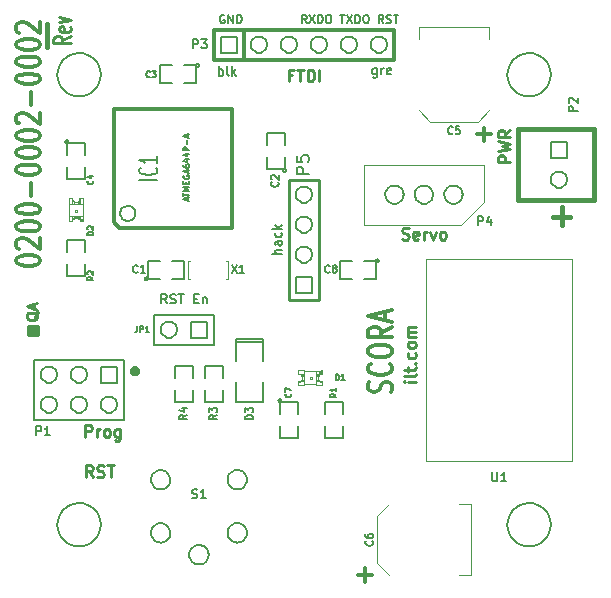
<source format=gto>
G04 (created by PCBNEW-RS274X (2011-nov-30)-testing) date Mon 11 Jun 2012 06:03:41 PM EDT*
%MOIN*%
G04 Gerber Fmt 3.4, Leading zero omitted, Abs format*
%FSLAX34Y34*%
G01*
G70*
G90*
G04 APERTURE LIST*
%ADD10C,0.006*%
%ADD11C,0.0098*%
%ADD12C,0.012*%
%ADD13C,0.0089*%
%ADD14C,0.015*%
%ADD15C,0.005*%
%ADD16C,0.008*%
%ADD17C,0.0039*%
%ADD18C,0.01*%
%ADD19C,0.0026*%
%ADD20C,0.004*%
%ADD21C,0.002*%
%ADD22C,0.0075*%
%ADD23C,0.0063*%
%ADD24C,0.0079*%
%ADD25C,0.0069*%
G04 APERTURE END LIST*
G54D10*
G54D11*
X13726Y7264D02*
X13464Y7264D01*
X13333Y7264D02*
X13351Y7245D01*
X13370Y7264D01*
X13351Y7282D01*
X13333Y7264D01*
X13370Y7264D01*
X13726Y7507D02*
X13707Y7469D01*
X13669Y7451D01*
X13333Y7451D01*
X13464Y7600D02*
X13464Y7750D01*
X13333Y7657D02*
X13669Y7657D01*
X13707Y7675D01*
X13726Y7713D01*
X13726Y7750D01*
X13688Y7882D02*
X13707Y7900D01*
X13726Y7882D01*
X13707Y7863D01*
X13688Y7882D01*
X13726Y7882D01*
X13707Y8237D02*
X13726Y8200D01*
X13726Y8125D01*
X13707Y8087D01*
X13688Y8069D01*
X13651Y8050D01*
X13538Y8050D01*
X13501Y8069D01*
X13482Y8087D01*
X13464Y8125D01*
X13464Y8200D01*
X13482Y8237D01*
X13726Y8462D02*
X13707Y8424D01*
X13688Y8406D01*
X13651Y8387D01*
X13538Y8387D01*
X13501Y8406D01*
X13482Y8424D01*
X13464Y8462D01*
X13464Y8518D01*
X13482Y8555D01*
X13501Y8574D01*
X13538Y8593D01*
X13651Y8593D01*
X13688Y8574D01*
X13707Y8555D01*
X13726Y8518D01*
X13726Y8462D01*
X13726Y8762D02*
X13464Y8762D01*
X13501Y8762D02*
X13482Y8780D01*
X13464Y8818D01*
X13464Y8874D01*
X13482Y8911D01*
X13520Y8930D01*
X13726Y8930D01*
X13520Y8930D02*
X13482Y8949D01*
X13464Y8986D01*
X13464Y9042D01*
X13482Y9080D01*
X13520Y9098D01*
X13726Y9098D01*
G54D12*
X12908Y6917D02*
X12946Y7003D01*
X12946Y7146D01*
X12908Y7203D01*
X12870Y7232D01*
X12793Y7260D01*
X12717Y7260D01*
X12641Y7232D01*
X12603Y7203D01*
X12565Y7146D01*
X12527Y7032D01*
X12489Y6974D01*
X12451Y6946D01*
X12374Y6917D01*
X12298Y6917D01*
X12222Y6946D01*
X12184Y6974D01*
X12146Y7032D01*
X12146Y7174D01*
X12184Y7260D01*
X12870Y7860D02*
X12908Y7831D01*
X12946Y7745D01*
X12946Y7688D01*
X12908Y7603D01*
X12832Y7545D01*
X12755Y7517D01*
X12603Y7488D01*
X12489Y7488D01*
X12336Y7517D01*
X12260Y7545D01*
X12184Y7603D01*
X12146Y7688D01*
X12146Y7745D01*
X12184Y7831D01*
X12222Y7860D01*
X12146Y8231D02*
X12146Y8345D01*
X12184Y8403D01*
X12260Y8460D01*
X12412Y8488D01*
X12679Y8488D01*
X12832Y8460D01*
X12908Y8403D01*
X12946Y8345D01*
X12946Y8231D01*
X12908Y8174D01*
X12832Y8117D01*
X12679Y8088D01*
X12412Y8088D01*
X12260Y8117D01*
X12184Y8174D01*
X12146Y8231D01*
X12946Y9089D02*
X12565Y8889D01*
X12946Y8746D02*
X12146Y8746D01*
X12146Y8974D01*
X12184Y9032D01*
X12222Y9060D01*
X12298Y9089D01*
X12412Y9089D01*
X12489Y9060D01*
X12527Y9032D01*
X12565Y8974D01*
X12565Y8746D01*
X12717Y9317D02*
X12717Y9603D01*
X12946Y9260D02*
X12146Y9460D01*
X12946Y9660D01*
G54D13*
X1146Y9581D02*
X1129Y9548D01*
X1095Y9514D01*
X1045Y9463D01*
X1028Y9430D01*
X1028Y9396D01*
X1112Y9413D02*
X1095Y9379D01*
X1062Y9345D01*
X994Y9328D01*
X876Y9328D01*
X809Y9345D01*
X775Y9379D01*
X758Y9413D01*
X758Y9480D01*
X775Y9514D01*
X809Y9548D01*
X876Y9564D01*
X994Y9564D01*
X1062Y9548D01*
X1095Y9514D01*
X1112Y9480D01*
X1112Y9413D01*
X1011Y9699D02*
X1011Y9868D01*
X1112Y9666D02*
X758Y9784D01*
X1112Y9902D01*
G54D11*
X2231Y18774D02*
X1950Y18643D01*
X2231Y18550D02*
X1641Y18550D01*
X1641Y18699D01*
X1669Y18737D01*
X1697Y18755D01*
X1753Y18774D01*
X1837Y18774D01*
X1894Y18755D01*
X1922Y18737D01*
X1950Y18699D01*
X1950Y18550D01*
X2203Y19092D02*
X2231Y19055D01*
X2231Y18980D01*
X2203Y18943D01*
X2147Y18924D01*
X1922Y18924D01*
X1866Y18943D01*
X1837Y18980D01*
X1837Y19055D01*
X1866Y19092D01*
X1922Y19111D01*
X1978Y19111D01*
X2034Y18924D01*
X1837Y19242D02*
X2231Y19336D01*
X1837Y19429D01*
G54D14*
X1441Y18417D02*
X1441Y19205D01*
G54D12*
X414Y11277D02*
X414Y11334D01*
X452Y11391D01*
X490Y11420D01*
X566Y11449D01*
X719Y11477D01*
X909Y11477D01*
X1061Y11449D01*
X1138Y11420D01*
X1176Y11391D01*
X1214Y11334D01*
X1214Y11277D01*
X1176Y11220D01*
X1138Y11191D01*
X1061Y11163D01*
X909Y11134D01*
X719Y11134D01*
X566Y11163D01*
X490Y11191D01*
X452Y11220D01*
X414Y11277D01*
X490Y11705D02*
X452Y11734D01*
X414Y11791D01*
X414Y11934D01*
X452Y11991D01*
X490Y12020D01*
X566Y12048D01*
X642Y12048D01*
X757Y12020D01*
X1214Y11677D01*
X1214Y12048D01*
X414Y12419D02*
X414Y12476D01*
X452Y12533D01*
X490Y12562D01*
X566Y12591D01*
X719Y12619D01*
X909Y12619D01*
X1061Y12591D01*
X1138Y12562D01*
X1176Y12533D01*
X1214Y12476D01*
X1214Y12419D01*
X1176Y12362D01*
X1138Y12333D01*
X1061Y12305D01*
X909Y12276D01*
X719Y12276D01*
X566Y12305D01*
X490Y12333D01*
X452Y12362D01*
X414Y12419D01*
X414Y12990D02*
X414Y13047D01*
X452Y13104D01*
X490Y13133D01*
X566Y13162D01*
X719Y13190D01*
X909Y13190D01*
X1061Y13162D01*
X1138Y13133D01*
X1176Y13104D01*
X1214Y13047D01*
X1214Y12990D01*
X1176Y12933D01*
X1138Y12904D01*
X1061Y12876D01*
X909Y12847D01*
X719Y12847D01*
X566Y12876D01*
X490Y12904D01*
X452Y12933D01*
X414Y12990D01*
X909Y13447D02*
X909Y13904D01*
X414Y14304D02*
X414Y14361D01*
X452Y14418D01*
X490Y14447D01*
X566Y14476D01*
X719Y14504D01*
X909Y14504D01*
X1061Y14476D01*
X1138Y14447D01*
X1176Y14418D01*
X1214Y14361D01*
X1214Y14304D01*
X1176Y14247D01*
X1138Y14218D01*
X1061Y14190D01*
X909Y14161D01*
X719Y14161D01*
X566Y14190D01*
X490Y14218D01*
X452Y14247D01*
X414Y14304D01*
X414Y14875D02*
X414Y14932D01*
X452Y14989D01*
X490Y15018D01*
X566Y15047D01*
X719Y15075D01*
X909Y15075D01*
X1061Y15047D01*
X1138Y15018D01*
X1176Y14989D01*
X1214Y14932D01*
X1214Y14875D01*
X1176Y14818D01*
X1138Y14789D01*
X1061Y14761D01*
X909Y14732D01*
X719Y14732D01*
X566Y14761D01*
X490Y14789D01*
X452Y14818D01*
X414Y14875D01*
X414Y15446D02*
X414Y15503D01*
X452Y15560D01*
X490Y15589D01*
X566Y15618D01*
X719Y15646D01*
X909Y15646D01*
X1061Y15618D01*
X1138Y15589D01*
X1176Y15560D01*
X1214Y15503D01*
X1214Y15446D01*
X1176Y15389D01*
X1138Y15360D01*
X1061Y15332D01*
X909Y15303D01*
X719Y15303D01*
X566Y15332D01*
X490Y15360D01*
X452Y15389D01*
X414Y15446D01*
X490Y15874D02*
X452Y15903D01*
X414Y15960D01*
X414Y16103D01*
X452Y16160D01*
X490Y16189D01*
X566Y16217D01*
X642Y16217D01*
X757Y16189D01*
X1214Y15846D01*
X1214Y16217D01*
X909Y16474D02*
X909Y16931D01*
X414Y17331D02*
X414Y17388D01*
X452Y17445D01*
X490Y17474D01*
X566Y17503D01*
X719Y17531D01*
X909Y17531D01*
X1061Y17503D01*
X1138Y17474D01*
X1176Y17445D01*
X1214Y17388D01*
X1214Y17331D01*
X1176Y17274D01*
X1138Y17245D01*
X1061Y17217D01*
X909Y17188D01*
X719Y17188D01*
X566Y17217D01*
X490Y17245D01*
X452Y17274D01*
X414Y17331D01*
X414Y17902D02*
X414Y17959D01*
X452Y18016D01*
X490Y18045D01*
X566Y18074D01*
X719Y18102D01*
X909Y18102D01*
X1061Y18074D01*
X1138Y18045D01*
X1176Y18016D01*
X1214Y17959D01*
X1214Y17902D01*
X1176Y17845D01*
X1138Y17816D01*
X1061Y17788D01*
X909Y17759D01*
X719Y17759D01*
X566Y17788D01*
X490Y17816D01*
X452Y17845D01*
X414Y17902D01*
X414Y18473D02*
X414Y18530D01*
X452Y18587D01*
X490Y18616D01*
X566Y18645D01*
X719Y18673D01*
X909Y18673D01*
X1061Y18645D01*
X1138Y18616D01*
X1176Y18587D01*
X1214Y18530D01*
X1214Y18473D01*
X1176Y18416D01*
X1138Y18387D01*
X1061Y18359D01*
X909Y18330D01*
X719Y18330D01*
X566Y18359D01*
X490Y18387D01*
X452Y18416D01*
X414Y18473D01*
X490Y18901D02*
X452Y18930D01*
X414Y18987D01*
X414Y19130D01*
X452Y19187D01*
X490Y19216D01*
X566Y19244D01*
X642Y19244D01*
X757Y19216D01*
X1214Y18873D01*
X1214Y19244D01*
G54D15*
X10700Y6200D02*
X10700Y6600D01*
X10700Y6600D02*
X11300Y6600D01*
X11300Y6600D02*
X11300Y6200D01*
X11300Y5800D02*
X11300Y5400D01*
X11300Y5400D02*
X10700Y5400D01*
X10700Y5400D02*
X10700Y5800D01*
X7300Y7000D02*
X7300Y6600D01*
X7300Y6600D02*
X6700Y6600D01*
X6700Y6600D02*
X6700Y7000D01*
X6700Y7400D02*
X6700Y7800D01*
X6700Y7800D02*
X7300Y7800D01*
X7300Y7800D02*
X7300Y7400D01*
X6300Y7000D02*
X6300Y6600D01*
X6300Y6600D02*
X5700Y6600D01*
X5700Y6600D02*
X5700Y7000D01*
X5700Y7400D02*
X5700Y7800D01*
X5700Y7800D02*
X6300Y7800D01*
X6300Y7800D02*
X6300Y7400D01*
X2100Y11600D02*
X2100Y12000D01*
X2100Y12000D02*
X2700Y12000D01*
X2700Y12000D02*
X2700Y11600D01*
X2700Y11200D02*
X2700Y10800D01*
X2700Y10800D02*
X2100Y10800D01*
X2100Y10800D02*
X2100Y11200D01*
G54D14*
X4428Y7630D02*
X4426Y7615D01*
X4422Y7601D01*
X4414Y7587D01*
X4405Y7576D01*
X4393Y7566D01*
X4380Y7559D01*
X4365Y7554D01*
X4350Y7553D01*
X4336Y7554D01*
X4321Y7558D01*
X4308Y7565D01*
X4296Y7575D01*
X4286Y7586D01*
X4279Y7600D01*
X4274Y7614D01*
X4273Y7629D01*
X4274Y7644D01*
X4278Y7658D01*
X4285Y7672D01*
X4294Y7684D01*
X4306Y7694D01*
X4319Y7701D01*
X4334Y7706D01*
X4349Y7707D01*
X4363Y7706D01*
X4378Y7702D01*
X4391Y7695D01*
X4403Y7686D01*
X4413Y7674D01*
X4421Y7661D01*
X4426Y7647D01*
X4427Y7632D01*
X4428Y7630D01*
G54D16*
X1000Y8000D02*
X4000Y8000D01*
X4000Y6000D02*
X1000Y6000D01*
X1000Y6000D02*
X1000Y8000D01*
X4000Y8000D02*
X4000Y6000D01*
G54D12*
X7000Y18000D02*
X7000Y19000D01*
X7000Y19000D02*
X13000Y19000D01*
X13000Y19000D02*
X13000Y18000D01*
X13000Y18000D02*
X7000Y18000D01*
X8000Y18000D02*
X8000Y19000D01*
G54D14*
X18618Y13083D02*
X18618Y12492D01*
X18854Y12768D02*
X18303Y12768D01*
X19681Y15681D02*
X17122Y15681D01*
X17122Y15681D02*
X17122Y13319D01*
X17122Y13319D02*
X19681Y13319D01*
X19681Y13319D02*
X19681Y15681D01*
G54D17*
X12012Y12496D02*
X15240Y12496D01*
X15988Y14504D02*
X15988Y13244D01*
X15988Y13244D02*
X15240Y12496D01*
X12012Y12496D02*
X12012Y14504D01*
X12012Y14504D02*
X15988Y14504D01*
G54D18*
X10500Y14000D02*
X10500Y10000D01*
X9500Y14000D02*
X9500Y10000D01*
X9500Y10000D02*
X10500Y10000D01*
X10500Y14000D02*
X9500Y14000D01*
G54D10*
X7000Y9500D02*
X7000Y8500D01*
X7000Y8500D02*
X5000Y8500D01*
X5000Y8500D02*
X5000Y9500D01*
X5000Y9500D02*
X7000Y9500D01*
G54D17*
X15575Y819D02*
X15181Y819D01*
X15181Y3181D02*
X15575Y3181D01*
X15575Y819D02*
X15575Y3181D01*
X12819Y819D02*
X12425Y1213D01*
X12425Y1213D02*
X12425Y2787D01*
X12425Y2787D02*
X12819Y3181D01*
X16181Y19075D02*
X16181Y18681D01*
X13819Y18681D02*
X13819Y19075D01*
X16181Y19075D02*
X13819Y19075D01*
X16181Y16319D02*
X15787Y15925D01*
X15787Y15925D02*
X14213Y15925D01*
X14213Y15925D02*
X13819Y16319D01*
G54D19*
X10396Y7282D02*
X10396Y7154D01*
X10396Y7154D02*
X10593Y7154D01*
X10593Y7282D02*
X10593Y7154D01*
X10396Y7282D02*
X10593Y7282D01*
X10396Y7527D02*
X10396Y7468D01*
X10396Y7468D02*
X10495Y7468D01*
X10495Y7527D02*
X10495Y7468D01*
X10396Y7527D02*
X10495Y7527D01*
X10396Y7332D02*
X10396Y7273D01*
X10396Y7273D02*
X10495Y7273D01*
X10495Y7332D02*
X10495Y7273D01*
X10396Y7332D02*
X10495Y7332D01*
X10396Y7478D02*
X10396Y7322D01*
X10396Y7322D02*
X10465Y7322D01*
X10465Y7478D02*
X10465Y7322D01*
X10396Y7478D02*
X10465Y7478D01*
X9807Y7282D02*
X9807Y7154D01*
X9807Y7154D02*
X10004Y7154D01*
X10004Y7282D02*
X10004Y7154D01*
X9807Y7282D02*
X10004Y7282D01*
X9807Y7646D02*
X9807Y7518D01*
X9807Y7518D02*
X10004Y7518D01*
X10004Y7646D02*
X10004Y7518D01*
X9807Y7646D02*
X10004Y7646D01*
X9905Y7332D02*
X9905Y7273D01*
X9905Y7273D02*
X10004Y7273D01*
X10004Y7332D02*
X10004Y7273D01*
X9905Y7332D02*
X10004Y7332D01*
X9905Y7527D02*
X9905Y7468D01*
X9905Y7468D02*
X10004Y7468D01*
X10004Y7527D02*
X10004Y7468D01*
X9905Y7527D02*
X10004Y7527D01*
X9935Y7478D02*
X9935Y7322D01*
X9935Y7322D02*
X10004Y7322D01*
X10004Y7478D02*
X10004Y7322D01*
X9935Y7478D02*
X10004Y7478D01*
X10200Y7439D02*
X10200Y7361D01*
X10200Y7361D02*
X10278Y7361D01*
X10278Y7439D02*
X10278Y7361D01*
X10200Y7439D02*
X10278Y7439D01*
X10396Y7636D02*
X10396Y7518D01*
X10396Y7518D02*
X10514Y7518D01*
X10514Y7636D02*
X10514Y7518D01*
X10396Y7636D02*
X10514Y7636D01*
X10564Y7646D02*
X10564Y7557D01*
X10564Y7557D02*
X10593Y7557D01*
X10593Y7646D02*
X10593Y7557D01*
X10564Y7646D02*
X10593Y7646D01*
G54D20*
X10406Y7174D02*
X9994Y7174D01*
X10004Y7626D02*
X10564Y7626D01*
G54D21*
X10562Y7577D02*
X10561Y7572D01*
X10559Y7567D01*
X10557Y7562D01*
X10553Y7558D01*
X10549Y7554D01*
X10544Y7552D01*
X10539Y7550D01*
X10534Y7550D01*
X10529Y7550D01*
X10524Y7552D01*
X10519Y7554D01*
X10515Y7557D01*
X10511Y7562D01*
X10509Y7566D01*
X10507Y7572D01*
X10507Y7577D01*
X10507Y7582D01*
X10508Y7587D01*
X10511Y7592D01*
X10514Y7596D01*
X10519Y7599D01*
X10523Y7602D01*
X10528Y7604D01*
X10534Y7604D01*
X10538Y7604D01*
X10544Y7603D01*
X10549Y7600D01*
X10553Y7597D01*
X10556Y7593D01*
X10559Y7588D01*
X10561Y7583D01*
X10561Y7577D01*
X10562Y7577D01*
G54D20*
X10593Y7537D02*
X10582Y7536D01*
X10570Y7534D01*
X10558Y7532D01*
X10547Y7528D01*
X10536Y7524D01*
X10525Y7518D01*
X10515Y7512D01*
X10505Y7504D01*
X10497Y7496D01*
X10489Y7488D01*
X10481Y7478D01*
X10475Y7468D01*
X10469Y7457D01*
X10465Y7446D01*
X10461Y7435D01*
X10459Y7423D01*
X10457Y7411D01*
X10456Y7400D01*
X10457Y7389D01*
X10459Y7377D01*
X10461Y7365D01*
X10465Y7354D01*
X10469Y7343D01*
X10475Y7332D01*
X10481Y7322D01*
X10489Y7312D01*
X10497Y7304D01*
X10505Y7296D01*
X10515Y7288D01*
X10525Y7282D01*
X10536Y7276D01*
X10547Y7272D01*
X10558Y7268D01*
X10570Y7266D01*
X10582Y7264D01*
X10593Y7263D01*
X9807Y7263D02*
X9818Y7264D01*
X9830Y7266D01*
X9842Y7268D01*
X9853Y7272D01*
X9864Y7276D01*
X9875Y7282D01*
X9885Y7288D01*
X9895Y7296D01*
X9903Y7304D01*
X9911Y7312D01*
X9919Y7322D01*
X9925Y7332D01*
X9931Y7343D01*
X9935Y7354D01*
X9939Y7365D01*
X9941Y7377D01*
X9943Y7389D01*
X9944Y7400D01*
X9943Y7411D01*
X9941Y7423D01*
X9939Y7435D01*
X9935Y7446D01*
X9931Y7457D01*
X9925Y7468D01*
X9919Y7478D01*
X9911Y7488D01*
X9903Y7496D01*
X9895Y7504D01*
X9885Y7512D01*
X9875Y7518D01*
X9864Y7524D01*
X9853Y7528D01*
X9842Y7532D01*
X9830Y7534D01*
X9818Y7536D01*
X9807Y7537D01*
G54D19*
X2282Y12804D02*
X2154Y12804D01*
X2154Y12804D02*
X2154Y12607D01*
X2282Y12607D02*
X2154Y12607D01*
X2282Y12804D02*
X2282Y12607D01*
X2527Y12804D02*
X2468Y12804D01*
X2468Y12804D02*
X2468Y12705D01*
X2527Y12705D02*
X2468Y12705D01*
X2527Y12804D02*
X2527Y12705D01*
X2332Y12804D02*
X2273Y12804D01*
X2273Y12804D02*
X2273Y12705D01*
X2332Y12705D02*
X2273Y12705D01*
X2332Y12804D02*
X2332Y12705D01*
X2478Y12804D02*
X2322Y12804D01*
X2322Y12804D02*
X2322Y12735D01*
X2478Y12735D02*
X2322Y12735D01*
X2478Y12804D02*
X2478Y12735D01*
X2282Y13393D02*
X2154Y13393D01*
X2154Y13393D02*
X2154Y13196D01*
X2282Y13196D02*
X2154Y13196D01*
X2282Y13393D02*
X2282Y13196D01*
X2646Y13393D02*
X2518Y13393D01*
X2518Y13393D02*
X2518Y13196D01*
X2646Y13196D02*
X2518Y13196D01*
X2646Y13393D02*
X2646Y13196D01*
X2332Y13295D02*
X2273Y13295D01*
X2273Y13295D02*
X2273Y13196D01*
X2332Y13196D02*
X2273Y13196D01*
X2332Y13295D02*
X2332Y13196D01*
X2527Y13295D02*
X2468Y13295D01*
X2468Y13295D02*
X2468Y13196D01*
X2527Y13196D02*
X2468Y13196D01*
X2527Y13295D02*
X2527Y13196D01*
X2478Y13265D02*
X2322Y13265D01*
X2322Y13265D02*
X2322Y13196D01*
X2478Y13196D02*
X2322Y13196D01*
X2478Y13265D02*
X2478Y13196D01*
X2439Y13000D02*
X2361Y13000D01*
X2361Y13000D02*
X2361Y12922D01*
X2439Y12922D02*
X2361Y12922D01*
X2439Y13000D02*
X2439Y12922D01*
X2636Y12804D02*
X2518Y12804D01*
X2518Y12804D02*
X2518Y12686D01*
X2636Y12686D02*
X2518Y12686D01*
X2636Y12804D02*
X2636Y12686D01*
X2646Y12636D02*
X2557Y12636D01*
X2557Y12636D02*
X2557Y12607D01*
X2646Y12607D02*
X2557Y12607D01*
X2646Y12636D02*
X2646Y12607D01*
G54D20*
X2174Y12794D02*
X2174Y13206D01*
X2626Y13196D02*
X2626Y12636D01*
G54D21*
X2605Y12666D02*
X2604Y12661D01*
X2602Y12656D01*
X2600Y12651D01*
X2596Y12647D01*
X2592Y12643D01*
X2587Y12641D01*
X2582Y12639D01*
X2577Y12639D01*
X2572Y12639D01*
X2567Y12641D01*
X2562Y12643D01*
X2558Y12646D01*
X2554Y12651D01*
X2552Y12655D01*
X2550Y12661D01*
X2550Y12666D01*
X2550Y12671D01*
X2551Y12676D01*
X2554Y12681D01*
X2557Y12685D01*
X2562Y12688D01*
X2566Y12691D01*
X2571Y12693D01*
X2577Y12693D01*
X2581Y12693D01*
X2587Y12692D01*
X2592Y12689D01*
X2596Y12686D01*
X2599Y12682D01*
X2602Y12677D01*
X2604Y12672D01*
X2604Y12666D01*
X2605Y12666D01*
G54D20*
X2537Y12607D02*
X2536Y12618D01*
X2534Y12630D01*
X2532Y12642D01*
X2528Y12653D01*
X2524Y12664D01*
X2518Y12675D01*
X2512Y12685D01*
X2504Y12695D01*
X2496Y12703D01*
X2488Y12711D01*
X2478Y12719D01*
X2468Y12725D01*
X2457Y12731D01*
X2446Y12735D01*
X2435Y12739D01*
X2423Y12741D01*
X2411Y12743D01*
X2400Y12744D01*
X2389Y12743D01*
X2377Y12741D01*
X2365Y12739D01*
X2354Y12735D01*
X2343Y12731D01*
X2332Y12725D01*
X2322Y12719D01*
X2312Y12711D01*
X2304Y12703D01*
X2296Y12695D01*
X2288Y12685D01*
X2282Y12675D01*
X2276Y12664D01*
X2272Y12653D01*
X2268Y12642D01*
X2266Y12630D01*
X2264Y12618D01*
X2263Y12607D01*
X2263Y13393D02*
X2264Y13382D01*
X2266Y13370D01*
X2268Y13358D01*
X2272Y13347D01*
X2276Y13336D01*
X2282Y13325D01*
X2288Y13315D01*
X2296Y13305D01*
X2304Y13297D01*
X2312Y13289D01*
X2322Y13281D01*
X2332Y13275D01*
X2343Y13269D01*
X2354Y13265D01*
X2365Y13261D01*
X2377Y13259D01*
X2389Y13257D01*
X2400Y13256D01*
X2411Y13257D01*
X2423Y13259D01*
X2435Y13261D01*
X2446Y13265D01*
X2457Y13269D01*
X2468Y13275D01*
X2478Y13281D01*
X2488Y13289D01*
X2496Y13297D01*
X2504Y13305D01*
X2512Y13315D01*
X2518Y13325D01*
X2524Y13336D01*
X2528Y13347D01*
X2532Y13358D01*
X2534Y13370D01*
X2536Y13382D01*
X2537Y13393D01*
G54D15*
X4800Y10700D02*
X4799Y10691D01*
X4796Y10681D01*
X4791Y10673D01*
X4785Y10665D01*
X4777Y10659D01*
X4769Y10654D01*
X4760Y10652D01*
X4750Y10651D01*
X4741Y10651D01*
X4732Y10654D01*
X4723Y10659D01*
X4716Y10665D01*
X4709Y10672D01*
X4705Y10681D01*
X4702Y10690D01*
X4701Y10700D01*
X4701Y10709D01*
X4704Y10718D01*
X4708Y10727D01*
X4715Y10734D01*
X4722Y10741D01*
X4730Y10745D01*
X4740Y10748D01*
X4749Y10749D01*
X4758Y10749D01*
X4768Y10746D01*
X4776Y10742D01*
X4784Y10736D01*
X4790Y10728D01*
X4795Y10720D01*
X4798Y10711D01*
X4799Y10701D01*
X4800Y10700D01*
X5200Y10700D02*
X4800Y10700D01*
X4800Y10700D02*
X4800Y11300D01*
X4800Y11300D02*
X5200Y11300D01*
X5600Y11300D02*
X6000Y11300D01*
X6000Y11300D02*
X6000Y10700D01*
X6000Y10700D02*
X5600Y10700D01*
X12500Y11300D02*
X12499Y11291D01*
X12496Y11281D01*
X12491Y11273D01*
X12485Y11265D01*
X12477Y11259D01*
X12469Y11254D01*
X12460Y11252D01*
X12450Y11251D01*
X12441Y11251D01*
X12432Y11254D01*
X12423Y11259D01*
X12416Y11265D01*
X12409Y11272D01*
X12405Y11281D01*
X12402Y11290D01*
X12401Y11300D01*
X12401Y11309D01*
X12404Y11318D01*
X12408Y11327D01*
X12415Y11334D01*
X12422Y11341D01*
X12430Y11345D01*
X12440Y11348D01*
X12449Y11349D01*
X12458Y11349D01*
X12468Y11346D01*
X12476Y11342D01*
X12484Y11336D01*
X12490Y11328D01*
X12495Y11320D01*
X12498Y11311D01*
X12499Y11301D01*
X12500Y11300D01*
X12000Y11300D02*
X12400Y11300D01*
X12400Y11300D02*
X12400Y10700D01*
X12400Y10700D02*
X12000Y10700D01*
X11600Y10700D02*
X11200Y10700D01*
X11200Y10700D02*
X11200Y11300D01*
X11200Y11300D02*
X11600Y11300D01*
X9250Y6650D02*
X9249Y6641D01*
X9246Y6631D01*
X9241Y6623D01*
X9235Y6615D01*
X9227Y6609D01*
X9219Y6604D01*
X9210Y6602D01*
X9200Y6601D01*
X9191Y6601D01*
X9182Y6604D01*
X9173Y6609D01*
X9166Y6615D01*
X9159Y6622D01*
X9155Y6631D01*
X9152Y6640D01*
X9151Y6650D01*
X9151Y6659D01*
X9154Y6668D01*
X9158Y6677D01*
X9165Y6684D01*
X9172Y6691D01*
X9180Y6695D01*
X9190Y6698D01*
X9199Y6699D01*
X9208Y6699D01*
X9218Y6696D01*
X9226Y6692D01*
X9234Y6686D01*
X9240Y6678D01*
X9245Y6670D01*
X9248Y6661D01*
X9249Y6651D01*
X9250Y6650D01*
X9200Y6200D02*
X9200Y6600D01*
X9200Y6600D02*
X9800Y6600D01*
X9800Y6600D02*
X9800Y6200D01*
X9800Y5800D02*
X9800Y5400D01*
X9800Y5400D02*
X9200Y5400D01*
X9200Y5400D02*
X9200Y5800D01*
X2150Y15270D02*
X2149Y15261D01*
X2146Y15251D01*
X2141Y15243D01*
X2135Y15235D01*
X2127Y15229D01*
X2119Y15224D01*
X2110Y15222D01*
X2100Y15221D01*
X2091Y15221D01*
X2082Y15224D01*
X2073Y15229D01*
X2066Y15235D01*
X2059Y15242D01*
X2055Y15251D01*
X2052Y15260D01*
X2051Y15270D01*
X2051Y15279D01*
X2054Y15288D01*
X2058Y15297D01*
X2065Y15304D01*
X2072Y15311D01*
X2080Y15315D01*
X2090Y15318D01*
X2099Y15319D01*
X2108Y15319D01*
X2118Y15316D01*
X2126Y15312D01*
X2134Y15306D01*
X2140Y15298D01*
X2145Y15290D01*
X2148Y15281D01*
X2149Y15271D01*
X2150Y15270D01*
X2100Y14820D02*
X2100Y15220D01*
X2100Y15220D02*
X2700Y15220D01*
X2700Y15220D02*
X2700Y14820D01*
X2700Y14420D02*
X2700Y14020D01*
X2700Y14020D02*
X2100Y14020D01*
X2100Y14020D02*
X2100Y14420D01*
X6500Y17820D02*
X6499Y17811D01*
X6496Y17801D01*
X6491Y17793D01*
X6485Y17785D01*
X6477Y17779D01*
X6469Y17774D01*
X6460Y17772D01*
X6450Y17771D01*
X6441Y17771D01*
X6432Y17774D01*
X6423Y17779D01*
X6416Y17785D01*
X6409Y17792D01*
X6405Y17801D01*
X6402Y17810D01*
X6401Y17820D01*
X6401Y17829D01*
X6404Y17838D01*
X6408Y17847D01*
X6415Y17854D01*
X6422Y17861D01*
X6430Y17865D01*
X6440Y17868D01*
X6449Y17869D01*
X6458Y17869D01*
X6468Y17866D01*
X6476Y17862D01*
X6484Y17856D01*
X6490Y17848D01*
X6495Y17840D01*
X6498Y17831D01*
X6499Y17821D01*
X6500Y17820D01*
X6000Y17820D02*
X6400Y17820D01*
X6400Y17820D02*
X6400Y17220D01*
X6400Y17220D02*
X6000Y17220D01*
X5600Y17220D02*
X5200Y17220D01*
X5200Y17220D02*
X5200Y17820D01*
X5200Y17820D02*
X5600Y17820D01*
X9405Y14311D02*
X9404Y14302D01*
X9401Y14292D01*
X9396Y14284D01*
X9390Y14276D01*
X9382Y14270D01*
X9374Y14265D01*
X9365Y14263D01*
X9355Y14262D01*
X9346Y14262D01*
X9337Y14265D01*
X9328Y14270D01*
X9321Y14276D01*
X9314Y14283D01*
X9310Y14292D01*
X9307Y14301D01*
X9306Y14311D01*
X9306Y14320D01*
X9309Y14329D01*
X9313Y14338D01*
X9320Y14345D01*
X9327Y14352D01*
X9335Y14356D01*
X9345Y14359D01*
X9354Y14360D01*
X9363Y14360D01*
X9373Y14357D01*
X9381Y14353D01*
X9389Y14347D01*
X9395Y14339D01*
X9400Y14331D01*
X9403Y14322D01*
X9404Y14312D01*
X9405Y14311D01*
X9355Y14761D02*
X9355Y14361D01*
X9355Y14361D02*
X8755Y14361D01*
X8755Y14361D02*
X8755Y14761D01*
X8755Y15161D02*
X8755Y15561D01*
X8755Y15561D02*
X9355Y15561D01*
X9355Y15561D02*
X9355Y15161D01*
X8650Y8600D02*
X8650Y8700D01*
X8650Y8700D02*
X7750Y8700D01*
X7750Y8700D02*
X7750Y8600D01*
X8650Y8600D02*
X7750Y8600D01*
X7750Y8600D02*
X7750Y7950D01*
X8650Y7250D02*
X8650Y6600D01*
X8650Y6600D02*
X7750Y6600D01*
X7750Y6600D02*
X7750Y7250D01*
X8650Y7950D02*
X8650Y8600D01*
G54D17*
X18941Y4634D02*
X18941Y11366D01*
X18941Y11366D02*
X14059Y11366D01*
X14059Y11366D02*
X14059Y4634D01*
X14059Y4634D02*
X18941Y4634D01*
G54D12*
X3655Y16345D02*
X7595Y16345D01*
X7595Y16345D02*
X7595Y12405D01*
X3845Y12405D02*
X7595Y12405D01*
X3655Y12595D02*
X3655Y16345D01*
X3845Y12405D02*
X3655Y12595D01*
G54D16*
X4375Y12875D02*
X4370Y12827D01*
X4356Y12780D01*
X4333Y12737D01*
X4302Y12699D01*
X4264Y12668D01*
X4221Y12645D01*
X4175Y12631D01*
X4126Y12626D01*
X4079Y12630D01*
X4032Y12644D01*
X3989Y12666D01*
X3951Y12697D01*
X3919Y12734D01*
X3896Y12777D01*
X3881Y12824D01*
X3876Y12872D01*
X3880Y12920D01*
X3893Y12967D01*
X3915Y13010D01*
X3946Y13048D01*
X3983Y13080D01*
X4025Y13104D01*
X4072Y13119D01*
X4120Y13124D01*
X4168Y13121D01*
X4215Y13108D01*
X4258Y13086D01*
X4297Y13056D01*
X4329Y13019D01*
X4353Y12976D01*
X4368Y12930D01*
X4374Y12881D01*
X4375Y12875D01*
G54D17*
X7391Y10705D02*
X7469Y10705D01*
X7391Y11295D02*
X7469Y11295D01*
X6209Y11295D02*
X6131Y11295D01*
X6209Y10705D02*
X6131Y10705D01*
X7469Y11295D02*
X7469Y10705D01*
X6131Y10705D02*
X6131Y11295D01*
G54D10*
X3230Y7770D02*
X3230Y7230D01*
X3770Y7230D01*
X3770Y7770D01*
X3230Y7770D01*
X3770Y6500D02*
X3764Y6448D01*
X3749Y6398D01*
X3724Y6351D01*
X3691Y6310D01*
X3650Y6277D01*
X3604Y6252D01*
X3554Y6236D01*
X3501Y6231D01*
X3450Y6235D01*
X3399Y6250D01*
X3353Y6275D01*
X3312Y6308D01*
X3278Y6348D01*
X3252Y6394D01*
X3236Y6444D01*
X3231Y6497D01*
X3235Y6548D01*
X3249Y6599D01*
X3274Y6646D01*
X3306Y6687D01*
X3346Y6721D01*
X3392Y6747D01*
X3443Y6763D01*
X3495Y6769D01*
X3546Y6765D01*
X3597Y6751D01*
X3644Y6727D01*
X3686Y6695D01*
X3720Y6655D01*
X3746Y6609D01*
X3763Y6559D01*
X3769Y6507D01*
X3770Y6500D01*
X2770Y7500D02*
X2764Y7448D01*
X2749Y7398D01*
X2724Y7351D01*
X2691Y7310D01*
X2650Y7277D01*
X2604Y7252D01*
X2554Y7236D01*
X2501Y7231D01*
X2450Y7235D01*
X2399Y7250D01*
X2353Y7275D01*
X2312Y7308D01*
X2278Y7348D01*
X2252Y7394D01*
X2236Y7444D01*
X2231Y7497D01*
X2235Y7548D01*
X2249Y7599D01*
X2274Y7646D01*
X2306Y7687D01*
X2346Y7721D01*
X2392Y7747D01*
X2443Y7763D01*
X2495Y7769D01*
X2546Y7765D01*
X2597Y7751D01*
X2644Y7727D01*
X2686Y7695D01*
X2720Y7655D01*
X2746Y7609D01*
X2763Y7559D01*
X2769Y7507D01*
X2770Y7500D01*
X2770Y6500D02*
X2764Y6448D01*
X2749Y6398D01*
X2724Y6351D01*
X2691Y6310D01*
X2650Y6277D01*
X2604Y6252D01*
X2554Y6236D01*
X2501Y6231D01*
X2450Y6235D01*
X2399Y6250D01*
X2353Y6275D01*
X2312Y6308D01*
X2278Y6348D01*
X2252Y6394D01*
X2236Y6444D01*
X2231Y6497D01*
X2235Y6548D01*
X2249Y6599D01*
X2274Y6646D01*
X2306Y6687D01*
X2346Y6721D01*
X2392Y6747D01*
X2443Y6763D01*
X2495Y6769D01*
X2546Y6765D01*
X2597Y6751D01*
X2644Y6727D01*
X2686Y6695D01*
X2720Y6655D01*
X2746Y6609D01*
X2763Y6559D01*
X2769Y6507D01*
X2770Y6500D01*
X1770Y7500D02*
X1764Y7448D01*
X1749Y7398D01*
X1724Y7351D01*
X1691Y7310D01*
X1650Y7277D01*
X1604Y7252D01*
X1554Y7236D01*
X1501Y7231D01*
X1450Y7235D01*
X1399Y7250D01*
X1353Y7275D01*
X1312Y7308D01*
X1278Y7348D01*
X1252Y7394D01*
X1236Y7444D01*
X1231Y7497D01*
X1235Y7548D01*
X1249Y7599D01*
X1274Y7646D01*
X1306Y7687D01*
X1346Y7721D01*
X1392Y7747D01*
X1443Y7763D01*
X1495Y7769D01*
X1546Y7765D01*
X1597Y7751D01*
X1644Y7727D01*
X1686Y7695D01*
X1720Y7655D01*
X1746Y7609D01*
X1763Y7559D01*
X1769Y7507D01*
X1770Y7500D01*
X1770Y6500D02*
X1764Y6448D01*
X1749Y6398D01*
X1724Y6351D01*
X1691Y6310D01*
X1650Y6277D01*
X1604Y6252D01*
X1554Y6236D01*
X1501Y6231D01*
X1450Y6235D01*
X1399Y6250D01*
X1353Y6275D01*
X1312Y6308D01*
X1278Y6348D01*
X1252Y6394D01*
X1236Y6444D01*
X1231Y6497D01*
X1235Y6548D01*
X1249Y6599D01*
X1274Y6646D01*
X1306Y6687D01*
X1346Y6721D01*
X1392Y6747D01*
X1443Y6763D01*
X1495Y6769D01*
X1546Y6765D01*
X1597Y6751D01*
X1644Y6727D01*
X1686Y6695D01*
X1720Y6655D01*
X1746Y6609D01*
X1763Y6559D01*
X1769Y6507D01*
X1770Y6500D01*
X7230Y18770D02*
X7230Y18230D01*
X7770Y18230D01*
X7770Y18770D01*
X7230Y18770D01*
X8770Y18500D02*
X8764Y18448D01*
X8749Y18398D01*
X8724Y18351D01*
X8691Y18310D01*
X8650Y18277D01*
X8604Y18252D01*
X8554Y18236D01*
X8501Y18231D01*
X8450Y18235D01*
X8399Y18250D01*
X8353Y18275D01*
X8312Y18308D01*
X8278Y18348D01*
X8252Y18394D01*
X8236Y18444D01*
X8231Y18497D01*
X8235Y18548D01*
X8249Y18599D01*
X8274Y18646D01*
X8306Y18687D01*
X8346Y18721D01*
X8392Y18747D01*
X8443Y18763D01*
X8495Y18769D01*
X8546Y18765D01*
X8597Y18751D01*
X8644Y18727D01*
X8686Y18695D01*
X8720Y18655D01*
X8746Y18609D01*
X8763Y18559D01*
X8769Y18507D01*
X8770Y18500D01*
X9770Y18500D02*
X9764Y18448D01*
X9749Y18398D01*
X9724Y18351D01*
X9691Y18310D01*
X9650Y18277D01*
X9604Y18252D01*
X9554Y18236D01*
X9501Y18231D01*
X9450Y18235D01*
X9399Y18250D01*
X9353Y18275D01*
X9312Y18308D01*
X9278Y18348D01*
X9252Y18394D01*
X9236Y18444D01*
X9231Y18497D01*
X9235Y18548D01*
X9249Y18599D01*
X9274Y18646D01*
X9306Y18687D01*
X9346Y18721D01*
X9392Y18747D01*
X9443Y18763D01*
X9495Y18769D01*
X9546Y18765D01*
X9597Y18751D01*
X9644Y18727D01*
X9686Y18695D01*
X9720Y18655D01*
X9746Y18609D01*
X9763Y18559D01*
X9769Y18507D01*
X9770Y18500D01*
X10770Y18500D02*
X10764Y18448D01*
X10749Y18398D01*
X10724Y18351D01*
X10691Y18310D01*
X10650Y18277D01*
X10604Y18252D01*
X10554Y18236D01*
X10501Y18231D01*
X10450Y18235D01*
X10399Y18250D01*
X10353Y18275D01*
X10312Y18308D01*
X10278Y18348D01*
X10252Y18394D01*
X10236Y18444D01*
X10231Y18497D01*
X10235Y18548D01*
X10249Y18599D01*
X10274Y18646D01*
X10306Y18687D01*
X10346Y18721D01*
X10392Y18747D01*
X10443Y18763D01*
X10495Y18769D01*
X10546Y18765D01*
X10597Y18751D01*
X10644Y18727D01*
X10686Y18695D01*
X10720Y18655D01*
X10746Y18609D01*
X10763Y18559D01*
X10769Y18507D01*
X10770Y18500D01*
X11770Y18500D02*
X11764Y18448D01*
X11749Y18398D01*
X11724Y18351D01*
X11691Y18310D01*
X11650Y18277D01*
X11604Y18252D01*
X11554Y18236D01*
X11501Y18231D01*
X11450Y18235D01*
X11399Y18250D01*
X11353Y18275D01*
X11312Y18308D01*
X11278Y18348D01*
X11252Y18394D01*
X11236Y18444D01*
X11231Y18497D01*
X11235Y18548D01*
X11249Y18599D01*
X11274Y18646D01*
X11306Y18687D01*
X11346Y18721D01*
X11392Y18747D01*
X11443Y18763D01*
X11495Y18769D01*
X11546Y18765D01*
X11597Y18751D01*
X11644Y18727D01*
X11686Y18695D01*
X11720Y18655D01*
X11746Y18609D01*
X11763Y18559D01*
X11769Y18507D01*
X11770Y18500D01*
X12770Y18500D02*
X12764Y18448D01*
X12749Y18398D01*
X12724Y18351D01*
X12691Y18310D01*
X12650Y18277D01*
X12604Y18252D01*
X12554Y18236D01*
X12501Y18231D01*
X12450Y18235D01*
X12399Y18250D01*
X12353Y18275D01*
X12312Y18308D01*
X12278Y18348D01*
X12252Y18394D01*
X12236Y18444D01*
X12231Y18497D01*
X12235Y18548D01*
X12249Y18599D01*
X12274Y18646D01*
X12306Y18687D01*
X12346Y18721D01*
X12392Y18747D01*
X12443Y18763D01*
X12495Y18769D01*
X12546Y18765D01*
X12597Y18751D01*
X12644Y18727D01*
X12686Y18695D01*
X12720Y18655D01*
X12746Y18609D01*
X12763Y18559D01*
X12769Y18507D01*
X12770Y18500D01*
X18230Y15270D02*
X18230Y14730D01*
X18770Y14730D01*
X18770Y15270D01*
X18230Y15270D01*
X18770Y14000D02*
X18764Y13948D01*
X18749Y13898D01*
X18724Y13851D01*
X18691Y13810D01*
X18650Y13777D01*
X18604Y13752D01*
X18554Y13736D01*
X18501Y13731D01*
X18450Y13735D01*
X18399Y13750D01*
X18353Y13775D01*
X18312Y13808D01*
X18278Y13848D01*
X18252Y13894D01*
X18236Y13944D01*
X18231Y13997D01*
X18235Y14048D01*
X18249Y14099D01*
X18274Y14146D01*
X18306Y14187D01*
X18346Y14221D01*
X18392Y14247D01*
X18443Y14263D01*
X18495Y14269D01*
X18546Y14265D01*
X18597Y14251D01*
X18644Y14227D01*
X18686Y14195D01*
X18720Y14155D01*
X18746Y14109D01*
X18763Y14059D01*
X18769Y14007D01*
X18770Y14000D01*
X15288Y13500D02*
X15282Y13441D01*
X15265Y13385D01*
X15237Y13332D01*
X15199Y13286D01*
X15153Y13248D01*
X15101Y13220D01*
X15045Y13203D01*
X14986Y13197D01*
X14928Y13202D01*
X14871Y13219D01*
X14818Y13246D01*
X14772Y13283D01*
X14734Y13329D01*
X14705Y13381D01*
X14687Y13437D01*
X14681Y13496D01*
X14685Y13554D01*
X14702Y13611D01*
X14729Y13664D01*
X14766Y13711D01*
X14811Y13749D01*
X14863Y13778D01*
X14919Y13796D01*
X14978Y13803D01*
X15036Y13799D01*
X15093Y13783D01*
X15146Y13756D01*
X15193Y13720D01*
X15232Y13675D01*
X15261Y13623D01*
X15280Y13567D01*
X15287Y13508D01*
X15288Y13500D01*
X14304Y13500D02*
X14298Y13441D01*
X14281Y13385D01*
X14253Y13332D01*
X14215Y13286D01*
X14169Y13248D01*
X14117Y13220D01*
X14061Y13203D01*
X14002Y13197D01*
X13944Y13202D01*
X13887Y13219D01*
X13834Y13246D01*
X13788Y13283D01*
X13750Y13329D01*
X13721Y13381D01*
X13703Y13437D01*
X13697Y13496D01*
X13701Y13554D01*
X13718Y13611D01*
X13745Y13664D01*
X13782Y13711D01*
X13827Y13749D01*
X13879Y13778D01*
X13935Y13796D01*
X13994Y13803D01*
X14052Y13799D01*
X14109Y13783D01*
X14162Y13756D01*
X14209Y13720D01*
X14248Y13675D01*
X14277Y13623D01*
X14296Y13567D01*
X14303Y13508D01*
X14304Y13500D01*
X13320Y13500D02*
X13314Y13441D01*
X13297Y13385D01*
X13269Y13332D01*
X13231Y13286D01*
X13185Y13248D01*
X13133Y13220D01*
X13077Y13203D01*
X13018Y13197D01*
X12960Y13202D01*
X12903Y13219D01*
X12850Y13246D01*
X12804Y13283D01*
X12766Y13329D01*
X12737Y13381D01*
X12719Y13437D01*
X12713Y13496D01*
X12717Y13554D01*
X12734Y13611D01*
X12761Y13664D01*
X12798Y13711D01*
X12843Y13749D01*
X12895Y13778D01*
X12951Y13796D01*
X13010Y13803D01*
X13068Y13799D01*
X13125Y13783D01*
X13178Y13756D01*
X13225Y13720D01*
X13264Y13675D01*
X13293Y13623D01*
X13312Y13567D01*
X13319Y13508D01*
X13320Y13500D01*
X9730Y10770D02*
X9730Y10230D01*
X10270Y10230D01*
X10270Y10770D01*
X9730Y10770D01*
X10270Y11500D02*
X10264Y11448D01*
X10249Y11398D01*
X10224Y11351D01*
X10191Y11310D01*
X10150Y11277D01*
X10104Y11252D01*
X10054Y11236D01*
X10001Y11231D01*
X9950Y11235D01*
X9899Y11250D01*
X9853Y11275D01*
X9812Y11308D01*
X9778Y11348D01*
X9752Y11394D01*
X9736Y11444D01*
X9731Y11497D01*
X9735Y11548D01*
X9749Y11599D01*
X9774Y11646D01*
X9806Y11687D01*
X9846Y11721D01*
X9892Y11747D01*
X9943Y11763D01*
X9995Y11769D01*
X10046Y11765D01*
X10097Y11751D01*
X10144Y11727D01*
X10186Y11695D01*
X10220Y11655D01*
X10246Y11609D01*
X10263Y11559D01*
X10269Y11507D01*
X10270Y11500D01*
X10270Y12500D02*
X10264Y12448D01*
X10249Y12398D01*
X10224Y12351D01*
X10191Y12310D01*
X10150Y12277D01*
X10104Y12252D01*
X10054Y12236D01*
X10001Y12231D01*
X9950Y12235D01*
X9899Y12250D01*
X9853Y12275D01*
X9812Y12308D01*
X9778Y12348D01*
X9752Y12394D01*
X9736Y12444D01*
X9731Y12497D01*
X9735Y12548D01*
X9749Y12599D01*
X9774Y12646D01*
X9806Y12687D01*
X9846Y12721D01*
X9892Y12747D01*
X9943Y12763D01*
X9995Y12769D01*
X10046Y12765D01*
X10097Y12751D01*
X10144Y12727D01*
X10186Y12695D01*
X10220Y12655D01*
X10246Y12609D01*
X10263Y12559D01*
X10269Y12507D01*
X10270Y12500D01*
X10270Y13500D02*
X10264Y13448D01*
X10249Y13398D01*
X10224Y13351D01*
X10191Y13310D01*
X10150Y13277D01*
X10104Y13252D01*
X10054Y13236D01*
X10001Y13231D01*
X9950Y13235D01*
X9899Y13250D01*
X9853Y13275D01*
X9812Y13308D01*
X9778Y13348D01*
X9752Y13394D01*
X9736Y13444D01*
X9731Y13497D01*
X9735Y13548D01*
X9749Y13599D01*
X9774Y13646D01*
X9806Y13687D01*
X9846Y13721D01*
X9892Y13747D01*
X9943Y13763D01*
X9995Y13769D01*
X10046Y13765D01*
X10097Y13751D01*
X10144Y13727D01*
X10186Y13695D01*
X10220Y13655D01*
X10246Y13609D01*
X10263Y13559D01*
X10269Y13507D01*
X10270Y13500D01*
X6230Y9270D02*
X6230Y8730D01*
X6770Y8730D01*
X6770Y9270D01*
X6230Y9270D01*
X5770Y9000D02*
X5764Y8948D01*
X5749Y8898D01*
X5724Y8851D01*
X5691Y8810D01*
X5650Y8777D01*
X5604Y8752D01*
X5554Y8736D01*
X5501Y8731D01*
X5450Y8735D01*
X5399Y8750D01*
X5353Y8775D01*
X5312Y8808D01*
X5278Y8848D01*
X5252Y8894D01*
X5236Y8944D01*
X5231Y8997D01*
X5235Y9048D01*
X5249Y9099D01*
X5274Y9146D01*
X5306Y9187D01*
X5346Y9221D01*
X5392Y9247D01*
X5443Y9263D01*
X5495Y9269D01*
X5546Y9265D01*
X5597Y9251D01*
X5644Y9227D01*
X5686Y9195D01*
X5720Y9155D01*
X5746Y9109D01*
X5763Y9059D01*
X5769Y9007D01*
X5770Y9000D01*
X5544Y4000D02*
X5537Y3938D01*
X5519Y3877D01*
X5489Y3821D01*
X5449Y3772D01*
X5401Y3732D01*
X5345Y3702D01*
X5285Y3683D01*
X5222Y3677D01*
X5160Y3682D01*
X5099Y3700D01*
X5043Y3729D01*
X4994Y3769D01*
X4953Y3817D01*
X4923Y3873D01*
X4904Y3933D01*
X4897Y3996D01*
X4902Y4058D01*
X4919Y4119D01*
X4948Y4175D01*
X4987Y4225D01*
X5036Y4266D01*
X5091Y4296D01*
X5151Y4316D01*
X5214Y4323D01*
X5276Y4319D01*
X5337Y4302D01*
X5393Y4273D01*
X5443Y4234D01*
X5484Y4186D01*
X5515Y4131D01*
X5535Y4071D01*
X5543Y4009D01*
X5544Y4000D01*
X8104Y4000D02*
X8097Y3938D01*
X8079Y3877D01*
X8049Y3821D01*
X8009Y3772D01*
X7961Y3732D01*
X7905Y3702D01*
X7845Y3683D01*
X7782Y3677D01*
X7720Y3682D01*
X7659Y3700D01*
X7603Y3729D01*
X7554Y3769D01*
X7513Y3817D01*
X7483Y3873D01*
X7464Y3933D01*
X7457Y3996D01*
X7462Y4058D01*
X7479Y4119D01*
X7508Y4175D01*
X7547Y4225D01*
X7596Y4266D01*
X7651Y4296D01*
X7711Y4316D01*
X7774Y4323D01*
X7836Y4319D01*
X7897Y4302D01*
X7953Y4273D01*
X8003Y4234D01*
X8044Y4186D01*
X8075Y4131D01*
X8095Y4071D01*
X8103Y4009D01*
X8104Y4000D01*
X5544Y2228D02*
X5537Y2166D01*
X5519Y2105D01*
X5489Y2049D01*
X5449Y2000D01*
X5401Y1960D01*
X5345Y1930D01*
X5285Y1911D01*
X5222Y1905D01*
X5160Y1910D01*
X5099Y1928D01*
X5043Y1957D01*
X4994Y1997D01*
X4953Y2045D01*
X4923Y2101D01*
X4904Y2161D01*
X4897Y2224D01*
X4902Y2286D01*
X4919Y2347D01*
X4948Y2403D01*
X4987Y2453D01*
X5036Y2494D01*
X5091Y2524D01*
X5151Y2544D01*
X5214Y2551D01*
X5276Y2547D01*
X5337Y2530D01*
X5393Y2501D01*
X5443Y2462D01*
X5484Y2414D01*
X5515Y2359D01*
X5535Y2299D01*
X5543Y2237D01*
X5544Y2228D01*
X8104Y2228D02*
X8097Y2166D01*
X8079Y2105D01*
X8049Y2049D01*
X8009Y2000D01*
X7961Y1960D01*
X7905Y1930D01*
X7845Y1911D01*
X7782Y1905D01*
X7720Y1910D01*
X7659Y1928D01*
X7603Y1957D01*
X7554Y1997D01*
X7513Y2045D01*
X7483Y2101D01*
X7464Y2161D01*
X7457Y2224D01*
X7462Y2286D01*
X7479Y2347D01*
X7508Y2403D01*
X7547Y2453D01*
X7596Y2494D01*
X7651Y2524D01*
X7711Y2544D01*
X7774Y2551D01*
X7836Y2547D01*
X7897Y2530D01*
X7953Y2501D01*
X8003Y2462D01*
X8044Y2414D01*
X8075Y2359D01*
X8095Y2299D01*
X8103Y2237D01*
X8104Y2228D01*
X6824Y1500D02*
X6817Y1438D01*
X6799Y1377D01*
X6769Y1321D01*
X6729Y1272D01*
X6681Y1232D01*
X6625Y1202D01*
X6565Y1183D01*
X6502Y1177D01*
X6440Y1182D01*
X6379Y1200D01*
X6323Y1229D01*
X6274Y1269D01*
X6233Y1317D01*
X6203Y1373D01*
X6184Y1433D01*
X6177Y1496D01*
X6182Y1558D01*
X6199Y1619D01*
X6228Y1675D01*
X6267Y1725D01*
X6316Y1766D01*
X6371Y1796D01*
X6431Y1816D01*
X6494Y1823D01*
X6556Y1819D01*
X6617Y1802D01*
X6673Y1773D01*
X6723Y1734D01*
X6764Y1686D01*
X6795Y1631D01*
X6815Y1571D01*
X6823Y1509D01*
X6824Y1500D01*
X18220Y17500D02*
X18206Y17361D01*
X18165Y17226D01*
X18099Y17102D01*
X18010Y16993D01*
X17902Y16904D01*
X17779Y16837D01*
X17644Y16795D01*
X17505Y16781D01*
X17366Y16793D01*
X17231Y16833D01*
X17106Y16898D01*
X16997Y16986D01*
X16906Y17094D01*
X16839Y17217D01*
X16796Y17351D01*
X16781Y17490D01*
X16792Y17629D01*
X16831Y17765D01*
X16895Y17890D01*
X16983Y18000D01*
X17090Y18091D01*
X17212Y18159D01*
X17346Y18203D01*
X17485Y18219D01*
X17625Y18209D01*
X17760Y18171D01*
X17885Y18107D01*
X17996Y18021D01*
X18088Y17915D01*
X18157Y17792D01*
X18202Y17659D01*
X18219Y17520D01*
X18220Y17500D01*
X3220Y17500D02*
X3206Y17361D01*
X3165Y17226D01*
X3099Y17102D01*
X3010Y16993D01*
X2902Y16904D01*
X2779Y16837D01*
X2644Y16795D01*
X2505Y16781D01*
X2366Y16793D01*
X2231Y16833D01*
X2106Y16898D01*
X1997Y16986D01*
X1906Y17094D01*
X1839Y17217D01*
X1796Y17351D01*
X1781Y17490D01*
X1792Y17629D01*
X1831Y17765D01*
X1895Y17890D01*
X1983Y18000D01*
X2090Y18091D01*
X2212Y18159D01*
X2346Y18203D01*
X2485Y18219D01*
X2625Y18209D01*
X2760Y18171D01*
X2885Y18107D01*
X2996Y18021D01*
X3088Y17915D01*
X3157Y17792D01*
X3202Y17659D01*
X3219Y17520D01*
X3220Y17500D01*
X3220Y2500D02*
X3206Y2361D01*
X3165Y2226D01*
X3099Y2102D01*
X3010Y1993D01*
X2902Y1904D01*
X2779Y1837D01*
X2644Y1795D01*
X2505Y1781D01*
X2366Y1793D01*
X2231Y1833D01*
X2106Y1898D01*
X1997Y1986D01*
X1906Y2094D01*
X1839Y2217D01*
X1796Y2351D01*
X1781Y2490D01*
X1792Y2629D01*
X1831Y2765D01*
X1895Y2890D01*
X1983Y3000D01*
X2090Y3091D01*
X2212Y3159D01*
X2346Y3203D01*
X2485Y3219D01*
X2625Y3209D01*
X2760Y3171D01*
X2885Y3107D01*
X2996Y3021D01*
X3088Y2915D01*
X3157Y2792D01*
X3202Y2659D01*
X3219Y2520D01*
X3220Y2500D01*
X18220Y2500D02*
X18206Y2361D01*
X18165Y2226D01*
X18099Y2102D01*
X18010Y1993D01*
X17902Y1904D01*
X17779Y1837D01*
X17644Y1795D01*
X17505Y1781D01*
X17366Y1793D01*
X17231Y1833D01*
X17106Y1898D01*
X16997Y1986D01*
X16906Y2094D01*
X16839Y2217D01*
X16796Y2351D01*
X16781Y2490D01*
X16792Y2629D01*
X16831Y2765D01*
X16895Y2890D01*
X16983Y3000D01*
X17090Y3091D01*
X17212Y3159D01*
X17346Y3203D01*
X17485Y3219D01*
X17625Y3209D01*
X17760Y3171D01*
X17885Y3107D01*
X17996Y3021D01*
X18088Y2915D01*
X18157Y2792D01*
X18202Y2659D01*
X18219Y2520D01*
X18220Y2500D01*
G54D15*
X11081Y6867D02*
X10986Y6800D01*
X11081Y6753D02*
X10881Y6753D01*
X10881Y6829D01*
X10890Y6848D01*
X10900Y6857D01*
X10919Y6867D01*
X10948Y6867D01*
X10967Y6857D01*
X10976Y6848D01*
X10986Y6829D01*
X10986Y6753D01*
X11081Y7057D02*
X11081Y6943D01*
X11081Y7000D02*
X10881Y7000D01*
X10910Y6981D01*
X10929Y6962D01*
X10938Y6943D01*
X7101Y6158D02*
X6982Y6075D01*
X7101Y6016D02*
X6851Y6016D01*
X6851Y6111D01*
X6863Y6135D01*
X6875Y6146D01*
X6899Y6158D01*
X6935Y6158D01*
X6958Y6146D01*
X6970Y6135D01*
X6982Y6111D01*
X6982Y6016D01*
X6851Y6242D02*
X6851Y6396D01*
X6946Y6313D01*
X6946Y6349D01*
X6958Y6373D01*
X6970Y6385D01*
X6994Y6396D01*
X7054Y6396D01*
X7077Y6385D01*
X7089Y6373D01*
X7101Y6349D01*
X7101Y6277D01*
X7089Y6254D01*
X7077Y6242D01*
X6101Y6158D02*
X5982Y6075D01*
X6101Y6016D02*
X5851Y6016D01*
X5851Y6111D01*
X5863Y6135D01*
X5875Y6146D01*
X5899Y6158D01*
X5935Y6158D01*
X5958Y6146D01*
X5970Y6135D01*
X5982Y6111D01*
X5982Y6016D01*
X5935Y6373D02*
X6101Y6373D01*
X5839Y6313D02*
X6018Y6254D01*
X6018Y6408D01*
X2981Y10767D02*
X2886Y10700D01*
X2981Y10653D02*
X2781Y10653D01*
X2781Y10729D01*
X2790Y10748D01*
X2800Y10757D01*
X2819Y10767D01*
X2848Y10767D01*
X2867Y10757D01*
X2876Y10748D01*
X2886Y10729D01*
X2886Y10653D01*
X2800Y10843D02*
X2790Y10853D01*
X2781Y10872D01*
X2781Y10919D01*
X2790Y10938D01*
X2800Y10948D01*
X2819Y10957D01*
X2838Y10957D01*
X2867Y10948D01*
X2981Y10834D01*
X2981Y10957D01*
G54D22*
X1078Y5479D02*
X1078Y5779D01*
X1193Y5779D01*
X1221Y5764D01*
X1236Y5750D01*
X1250Y5721D01*
X1250Y5679D01*
X1236Y5650D01*
X1221Y5636D01*
X1193Y5621D01*
X1078Y5621D01*
X1536Y5479D02*
X1364Y5479D01*
X1450Y5479D02*
X1450Y5779D01*
X1421Y5736D01*
X1393Y5707D01*
X1364Y5693D01*
G54D11*
X2707Y5424D02*
X2707Y5817D01*
X2856Y5817D01*
X2894Y5799D01*
X2912Y5780D01*
X2931Y5743D01*
X2931Y5686D01*
X2912Y5649D01*
X2894Y5630D01*
X2856Y5612D01*
X2707Y5612D01*
X3100Y5424D02*
X3100Y5686D01*
X3100Y5612D02*
X3118Y5649D01*
X3137Y5668D01*
X3174Y5686D01*
X3212Y5686D01*
X3399Y5424D02*
X3361Y5443D01*
X3343Y5462D01*
X3324Y5499D01*
X3324Y5612D01*
X3343Y5649D01*
X3361Y5668D01*
X3399Y5686D01*
X3455Y5686D01*
X3492Y5668D01*
X3511Y5649D01*
X3530Y5612D01*
X3530Y5499D01*
X3511Y5462D01*
X3492Y5443D01*
X3455Y5424D01*
X3399Y5424D01*
X3867Y5686D02*
X3867Y5368D01*
X3848Y5331D01*
X3830Y5312D01*
X3792Y5293D01*
X3736Y5293D01*
X3699Y5312D01*
X3867Y5443D02*
X3830Y5424D01*
X3755Y5424D01*
X3717Y5443D01*
X3699Y5462D01*
X3680Y5499D01*
X3680Y5612D01*
X3699Y5649D01*
X3717Y5668D01*
X3755Y5686D01*
X3830Y5686D01*
X3867Y5668D01*
G54D23*
X6303Y18379D02*
X6303Y18679D01*
X6418Y18679D01*
X6446Y18664D01*
X6461Y18650D01*
X6475Y18621D01*
X6475Y18579D01*
X6461Y18550D01*
X6446Y18536D01*
X6418Y18521D01*
X6303Y18521D01*
X6575Y18679D02*
X6761Y18679D01*
X6661Y18564D01*
X6703Y18564D01*
X6732Y18550D01*
X6746Y18536D01*
X6761Y18507D01*
X6761Y18436D01*
X6746Y18407D01*
X6732Y18393D01*
X6703Y18379D01*
X6618Y18379D01*
X6589Y18393D01*
X6575Y18407D01*
G54D11*
X9617Y17485D02*
X9486Y17485D01*
X9486Y17279D02*
X9486Y17672D01*
X9673Y17672D01*
X9766Y17672D02*
X9991Y17672D01*
X9879Y17279D02*
X9879Y17672D01*
X10122Y17279D02*
X10122Y17672D01*
X10215Y17672D01*
X10271Y17654D01*
X10309Y17616D01*
X10327Y17579D01*
X10346Y17504D01*
X10346Y17448D01*
X10327Y17373D01*
X10309Y17336D01*
X10271Y17298D01*
X10215Y17279D01*
X10122Y17279D01*
X10515Y17279D02*
X10515Y17672D01*
G54D24*
X12434Y17716D02*
X12434Y17462D01*
X12419Y17432D01*
X12404Y17417D01*
X12375Y17402D01*
X12330Y17402D01*
X12300Y17417D01*
X12434Y17522D02*
X12404Y17507D01*
X12345Y17507D01*
X12315Y17522D01*
X12300Y17537D01*
X12285Y17567D01*
X12285Y17656D01*
X12300Y17686D01*
X12315Y17701D01*
X12345Y17716D01*
X12404Y17716D01*
X12434Y17701D01*
X12584Y17507D02*
X12584Y17716D01*
X12584Y17656D02*
X12599Y17686D01*
X12614Y17701D01*
X12644Y17716D01*
X12673Y17716D01*
X12897Y17522D02*
X12867Y17507D01*
X12808Y17507D01*
X12778Y17522D01*
X12763Y17552D01*
X12763Y17671D01*
X12778Y17701D01*
X12808Y17716D01*
X12867Y17716D01*
X12897Y17701D01*
X12912Y17671D01*
X12912Y17641D01*
X12763Y17612D01*
X7165Y17467D02*
X7165Y17781D01*
X7165Y17661D02*
X7195Y17676D01*
X7254Y17676D01*
X7284Y17661D01*
X7299Y17646D01*
X7314Y17616D01*
X7314Y17527D01*
X7299Y17497D01*
X7284Y17482D01*
X7254Y17467D01*
X7195Y17467D01*
X7165Y17482D01*
X7494Y17467D02*
X7464Y17482D01*
X7449Y17512D01*
X7449Y17781D01*
X7613Y17467D02*
X7613Y17781D01*
X7643Y17587D02*
X7732Y17467D01*
X7732Y17676D02*
X7613Y17557D01*
G54D25*
X7352Y19478D02*
X7325Y19491D01*
X7286Y19491D01*
X7247Y19478D01*
X7221Y19452D01*
X7207Y19426D01*
X7194Y19373D01*
X7194Y19334D01*
X7207Y19282D01*
X7221Y19255D01*
X7247Y19229D01*
X7286Y19216D01*
X7312Y19216D01*
X7352Y19229D01*
X7365Y19242D01*
X7365Y19334D01*
X7312Y19334D01*
X7482Y19216D02*
X7482Y19491D01*
X7640Y19216D01*
X7640Y19491D01*
X7770Y19216D02*
X7770Y19491D01*
X7836Y19491D01*
X7875Y19478D01*
X7901Y19452D01*
X7915Y19426D01*
X7928Y19373D01*
X7928Y19334D01*
X7915Y19282D01*
X7901Y19255D01*
X7875Y19229D01*
X7836Y19216D01*
X7770Y19216D01*
X10093Y19216D02*
X10001Y19347D01*
X9935Y19216D02*
X9935Y19491D01*
X10040Y19491D01*
X10066Y19478D01*
X10080Y19465D01*
X10093Y19439D01*
X10093Y19400D01*
X10080Y19373D01*
X10066Y19360D01*
X10040Y19347D01*
X9935Y19347D01*
X10184Y19491D02*
X10368Y19216D01*
X10368Y19491D02*
X10184Y19216D01*
X10472Y19216D02*
X10472Y19491D01*
X10538Y19491D01*
X10577Y19478D01*
X10603Y19452D01*
X10617Y19426D01*
X10630Y19373D01*
X10630Y19334D01*
X10617Y19282D01*
X10603Y19255D01*
X10577Y19229D01*
X10538Y19216D01*
X10472Y19216D01*
X10800Y19491D02*
X10852Y19491D01*
X10878Y19478D01*
X10905Y19452D01*
X10918Y19400D01*
X10918Y19308D01*
X10905Y19255D01*
X10878Y19229D01*
X10852Y19216D01*
X10800Y19216D01*
X10774Y19229D01*
X10747Y19255D01*
X10734Y19308D01*
X10734Y19400D01*
X10747Y19452D01*
X10774Y19478D01*
X10800Y19491D01*
X11206Y19491D02*
X11363Y19491D01*
X11285Y19216D02*
X11285Y19491D01*
X11429Y19491D02*
X11613Y19216D01*
X11613Y19491D02*
X11429Y19216D01*
X11717Y19216D02*
X11717Y19491D01*
X11783Y19491D01*
X11822Y19478D01*
X11848Y19452D01*
X11862Y19426D01*
X11875Y19373D01*
X11875Y19334D01*
X11862Y19282D01*
X11848Y19255D01*
X11822Y19229D01*
X11783Y19216D01*
X11717Y19216D01*
X12045Y19491D02*
X12097Y19491D01*
X12123Y19478D01*
X12150Y19452D01*
X12163Y19400D01*
X12163Y19308D01*
X12150Y19255D01*
X12123Y19229D01*
X12097Y19216D01*
X12045Y19216D01*
X12019Y19229D01*
X11992Y19255D01*
X11979Y19308D01*
X11979Y19400D01*
X11992Y19452D01*
X12019Y19478D01*
X12045Y19491D01*
X12648Y19216D02*
X12556Y19347D01*
X12490Y19216D02*
X12490Y19491D01*
X12595Y19491D01*
X12621Y19478D01*
X12635Y19465D01*
X12648Y19439D01*
X12648Y19400D01*
X12635Y19373D01*
X12621Y19360D01*
X12595Y19347D01*
X12490Y19347D01*
X12752Y19229D02*
X12792Y19216D01*
X12857Y19216D01*
X12883Y19229D01*
X12896Y19242D01*
X12910Y19269D01*
X12910Y19295D01*
X12896Y19321D01*
X12883Y19334D01*
X12857Y19347D01*
X12805Y19360D01*
X12779Y19373D01*
X12765Y19386D01*
X12752Y19413D01*
X12752Y19439D01*
X12765Y19465D01*
X12779Y19478D01*
X12805Y19491D01*
X12870Y19491D01*
X12910Y19478D01*
X12988Y19491D02*
X13145Y19491D01*
X13067Y19216D02*
X13067Y19491D01*
G54D10*
X19121Y16278D02*
X18821Y16278D01*
X18821Y16393D01*
X18836Y16421D01*
X18850Y16436D01*
X18879Y16450D01*
X18921Y16450D01*
X18950Y16436D01*
X18964Y16421D01*
X18979Y16393D01*
X18979Y16278D01*
X18850Y16564D02*
X18836Y16578D01*
X18821Y16607D01*
X18821Y16678D01*
X18836Y16707D01*
X18850Y16721D01*
X18879Y16736D01*
X18907Y16736D01*
X18950Y16721D01*
X19121Y16550D01*
X19121Y16736D01*
G54D11*
X16876Y14587D02*
X16483Y14587D01*
X16483Y14736D01*
X16501Y14774D01*
X16520Y14792D01*
X16557Y14811D01*
X16614Y14811D01*
X16651Y14792D01*
X16670Y14774D01*
X16688Y14736D01*
X16688Y14587D01*
X16483Y14942D02*
X16876Y15036D01*
X16595Y15111D01*
X16876Y15185D01*
X16483Y15279D01*
X16876Y15653D02*
X16688Y15522D01*
X16876Y15429D02*
X16483Y15429D01*
X16483Y15578D01*
X16501Y15616D01*
X16520Y15634D01*
X16557Y15653D01*
X16614Y15653D01*
X16651Y15634D01*
X16670Y15616D01*
X16688Y15578D01*
X16688Y15429D01*
G54D15*
X15803Y12479D02*
X15803Y12779D01*
X15918Y12779D01*
X15946Y12764D01*
X15961Y12750D01*
X15975Y12721D01*
X15975Y12679D01*
X15961Y12650D01*
X15946Y12636D01*
X15918Y12621D01*
X15803Y12621D01*
X16232Y12679D02*
X16232Y12479D01*
X16161Y12793D02*
X16089Y12579D01*
X16275Y12579D01*
G54D11*
X13271Y12021D02*
X13327Y12002D01*
X13421Y12002D01*
X13458Y12021D01*
X13477Y12040D01*
X13495Y12077D01*
X13495Y12115D01*
X13477Y12152D01*
X13458Y12171D01*
X13421Y12190D01*
X13346Y12208D01*
X13308Y12227D01*
X13290Y12246D01*
X13271Y12283D01*
X13271Y12321D01*
X13290Y12358D01*
X13308Y12377D01*
X13346Y12395D01*
X13439Y12395D01*
X13495Y12377D01*
X13813Y12021D02*
X13776Y12002D01*
X13701Y12002D01*
X13664Y12021D01*
X13645Y12059D01*
X13645Y12208D01*
X13664Y12246D01*
X13701Y12264D01*
X13776Y12264D01*
X13813Y12246D01*
X13832Y12208D01*
X13832Y12171D01*
X13645Y12133D01*
X14001Y12002D02*
X14001Y12264D01*
X14001Y12190D02*
X14019Y12227D01*
X14038Y12246D01*
X14075Y12264D01*
X14113Y12264D01*
X14206Y12264D02*
X14300Y12002D01*
X14393Y12264D01*
X14599Y12002D02*
X14561Y12021D01*
X14543Y12040D01*
X14524Y12077D01*
X14524Y12190D01*
X14543Y12227D01*
X14561Y12246D01*
X14599Y12264D01*
X14655Y12264D01*
X14692Y12246D01*
X14711Y12227D01*
X14730Y12190D01*
X14730Y12077D01*
X14711Y12040D01*
X14692Y12021D01*
X14655Y12002D01*
X14599Y12002D01*
G54D16*
X10162Y14205D02*
X9762Y14205D01*
X9762Y14358D01*
X9781Y14396D01*
X9800Y14415D01*
X9838Y14434D01*
X9895Y14434D01*
X9933Y14415D01*
X9952Y14396D01*
X9971Y14358D01*
X9971Y14205D01*
X9762Y14796D02*
X9762Y14605D01*
X9952Y14586D01*
X9933Y14605D01*
X9914Y14643D01*
X9914Y14739D01*
X9933Y14777D01*
X9952Y14796D01*
X9990Y14815D01*
X10086Y14815D01*
X10124Y14796D01*
X10143Y14777D01*
X10162Y14739D01*
X10162Y14643D01*
X10143Y14605D01*
X10124Y14586D01*
G54D24*
X9261Y11530D02*
X8947Y11530D01*
X9261Y11664D02*
X9097Y11664D01*
X9067Y11649D01*
X9052Y11619D01*
X9052Y11575D01*
X9067Y11545D01*
X9082Y11530D01*
X9261Y11948D02*
X9097Y11948D01*
X9067Y11933D01*
X9052Y11903D01*
X9052Y11844D01*
X9067Y11814D01*
X9246Y11948D02*
X9261Y11918D01*
X9261Y11844D01*
X9246Y11814D01*
X9216Y11799D01*
X9186Y11799D01*
X9156Y11814D01*
X9141Y11844D01*
X9141Y11918D01*
X9127Y11948D01*
X9246Y12232D02*
X9261Y12202D01*
X9261Y12143D01*
X9246Y12113D01*
X9231Y12098D01*
X9201Y12083D01*
X9112Y12083D01*
X9082Y12098D01*
X9067Y12113D01*
X9052Y12143D01*
X9052Y12202D01*
X9067Y12232D01*
X9261Y12367D02*
X8947Y12367D01*
X9141Y12397D02*
X9261Y12486D01*
X9052Y12486D02*
X9171Y12367D01*
G54D15*
X4434Y9119D02*
X4434Y8976D01*
X4424Y8948D01*
X4405Y8929D01*
X4377Y8919D01*
X4358Y8919D01*
X4529Y8919D02*
X4529Y9119D01*
X4605Y9119D01*
X4624Y9110D01*
X4633Y9100D01*
X4643Y9081D01*
X4643Y9052D01*
X4633Y9033D01*
X4624Y9024D01*
X4605Y9014D01*
X4529Y9014D01*
X4833Y8919D02*
X4719Y8919D01*
X4776Y8919D02*
X4776Y9119D01*
X4757Y9090D01*
X4738Y9071D01*
X4719Y9062D01*
G54D24*
X5425Y9873D02*
X5321Y10022D01*
X5246Y9873D02*
X5246Y10187D01*
X5365Y10187D01*
X5395Y10172D01*
X5410Y10157D01*
X5425Y10127D01*
X5425Y10082D01*
X5410Y10052D01*
X5395Y10037D01*
X5365Y10022D01*
X5246Y10022D01*
X5545Y9888D02*
X5590Y9873D01*
X5664Y9873D01*
X5694Y9888D01*
X5709Y9903D01*
X5724Y9933D01*
X5724Y9963D01*
X5709Y9993D01*
X5694Y10007D01*
X5664Y10022D01*
X5605Y10037D01*
X5575Y10052D01*
X5560Y10067D01*
X5545Y10097D01*
X5545Y10127D01*
X5560Y10157D01*
X5575Y10172D01*
X5605Y10187D01*
X5679Y10187D01*
X5724Y10172D01*
X5814Y10187D02*
X5993Y10187D01*
X5904Y9873D02*
X5904Y10187D01*
X6337Y10037D02*
X6441Y10037D01*
X6486Y9873D02*
X6337Y9873D01*
X6337Y10187D01*
X6486Y10187D01*
X6621Y10082D02*
X6621Y9873D01*
X6621Y10052D02*
X6636Y10067D01*
X6666Y10082D01*
X6710Y10082D01*
X6740Y10067D01*
X6755Y10037D01*
X6755Y9873D01*
G54D22*
X6271Y3393D02*
X6314Y3379D01*
X6385Y3379D01*
X6414Y3393D01*
X6428Y3407D01*
X6443Y3436D01*
X6443Y3464D01*
X6428Y3493D01*
X6414Y3507D01*
X6385Y3521D01*
X6328Y3536D01*
X6300Y3550D01*
X6285Y3564D01*
X6271Y3593D01*
X6271Y3621D01*
X6285Y3650D01*
X6300Y3664D01*
X6328Y3679D01*
X6400Y3679D01*
X6443Y3664D01*
X6729Y3379D02*
X6557Y3379D01*
X6643Y3379D02*
X6643Y3679D01*
X6614Y3636D01*
X6586Y3607D01*
X6557Y3593D01*
G54D11*
X2958Y4085D02*
X2827Y4273D01*
X2734Y4085D02*
X2734Y4478D01*
X2883Y4478D01*
X2921Y4460D01*
X2939Y4441D01*
X2958Y4404D01*
X2958Y4347D01*
X2939Y4310D01*
X2921Y4291D01*
X2883Y4273D01*
X2734Y4273D01*
X3108Y4104D02*
X3164Y4085D01*
X3258Y4085D01*
X3295Y4104D01*
X3314Y4123D01*
X3332Y4160D01*
X3332Y4198D01*
X3314Y4235D01*
X3295Y4254D01*
X3258Y4273D01*
X3183Y4291D01*
X3145Y4310D01*
X3127Y4329D01*
X3108Y4366D01*
X3108Y4404D01*
X3127Y4441D01*
X3145Y4460D01*
X3183Y4478D01*
X3276Y4478D01*
X3332Y4460D01*
X3444Y4478D02*
X3669Y4478D01*
X3557Y4085D02*
X3557Y4478D01*
G54D23*
X12277Y1958D02*
X12289Y1946D01*
X12301Y1911D01*
X12301Y1887D01*
X12289Y1851D01*
X12265Y1827D01*
X12242Y1816D01*
X12194Y1804D01*
X12158Y1804D01*
X12111Y1816D01*
X12087Y1827D01*
X12063Y1851D01*
X12051Y1887D01*
X12051Y1911D01*
X12063Y1946D01*
X12075Y1958D01*
X12051Y2173D02*
X12051Y2125D01*
X12063Y2101D01*
X12075Y2089D01*
X12111Y2066D01*
X12158Y2054D01*
X12254Y2054D01*
X12277Y2066D01*
X12289Y2077D01*
X12301Y2101D01*
X12301Y2149D01*
X12289Y2173D01*
X12277Y2185D01*
X12254Y2196D01*
X12194Y2196D01*
X12170Y2185D01*
X12158Y2173D01*
X12146Y2149D01*
X12146Y2101D01*
X12158Y2077D01*
X12170Y2066D01*
X12194Y2054D01*
G54D12*
X12045Y591D02*
X12045Y1048D01*
X12274Y819D02*
X11817Y819D01*
G54D15*
X14958Y15548D02*
X14946Y15536D01*
X14911Y15524D01*
X14887Y15524D01*
X14851Y15536D01*
X14827Y15560D01*
X14816Y15583D01*
X14804Y15631D01*
X14804Y15667D01*
X14816Y15714D01*
X14827Y15738D01*
X14851Y15762D01*
X14887Y15774D01*
X14911Y15774D01*
X14946Y15762D01*
X14958Y15750D01*
X15185Y15774D02*
X15066Y15774D01*
X15054Y15655D01*
X15066Y15667D01*
X15089Y15679D01*
X15149Y15679D01*
X15173Y15667D01*
X15185Y15655D01*
X15196Y15631D01*
X15196Y15571D01*
X15185Y15548D01*
X15173Y15536D01*
X15149Y15524D01*
X15089Y15524D01*
X15066Y15536D01*
X15054Y15548D01*
G54D12*
X15772Y15511D02*
X16229Y15511D01*
X16000Y15282D02*
X16000Y15739D01*
G54D15*
X11053Y7319D02*
X11053Y7519D01*
X11100Y7519D01*
X11129Y7510D01*
X11148Y7490D01*
X11157Y7471D01*
X11167Y7433D01*
X11167Y7405D01*
X11157Y7367D01*
X11148Y7348D01*
X11129Y7329D01*
X11100Y7319D01*
X11053Y7319D01*
X11357Y7319D02*
X11243Y7319D01*
X11300Y7319D02*
X11300Y7519D01*
X11281Y7490D01*
X11262Y7471D01*
X11243Y7462D01*
X2981Y12153D02*
X2781Y12153D01*
X2781Y12200D01*
X2790Y12229D01*
X2810Y12248D01*
X2829Y12257D01*
X2867Y12267D01*
X2895Y12267D01*
X2933Y12257D01*
X2952Y12248D01*
X2971Y12229D01*
X2981Y12200D01*
X2981Y12153D01*
X2800Y12343D02*
X2790Y12353D01*
X2781Y12372D01*
X2781Y12419D01*
X2790Y12438D01*
X2800Y12448D01*
X2819Y12457D01*
X2838Y12457D01*
X2867Y12448D01*
X2981Y12334D01*
X2981Y12457D01*
X4458Y10923D02*
X4446Y10911D01*
X4411Y10899D01*
X4387Y10899D01*
X4351Y10911D01*
X4327Y10935D01*
X4316Y10958D01*
X4304Y11006D01*
X4304Y11042D01*
X4316Y11089D01*
X4327Y11113D01*
X4351Y11137D01*
X4387Y11149D01*
X4411Y11149D01*
X4446Y11137D01*
X4458Y11125D01*
X4696Y10899D02*
X4554Y10899D01*
X4625Y10899D02*
X4625Y11149D01*
X4601Y11113D01*
X4577Y11089D01*
X4554Y11077D01*
X10858Y10923D02*
X10846Y10911D01*
X10811Y10899D01*
X10787Y10899D01*
X10751Y10911D01*
X10727Y10935D01*
X10716Y10958D01*
X10704Y11006D01*
X10704Y11042D01*
X10716Y11089D01*
X10727Y11113D01*
X10751Y11137D01*
X10787Y11149D01*
X10811Y11149D01*
X10846Y11137D01*
X10858Y11125D01*
X11001Y11042D02*
X10977Y11054D01*
X10966Y11065D01*
X10954Y11089D01*
X10954Y11101D01*
X10966Y11125D01*
X10977Y11137D01*
X11001Y11149D01*
X11049Y11149D01*
X11073Y11137D01*
X11085Y11125D01*
X11096Y11101D01*
X11096Y11089D01*
X11085Y11065D01*
X11073Y11054D01*
X11049Y11042D01*
X11001Y11042D01*
X10977Y11030D01*
X10966Y11018D01*
X10954Y10994D01*
X10954Y10946D01*
X10966Y10923D01*
X10977Y10911D01*
X11001Y10899D01*
X11049Y10899D01*
X11073Y10911D01*
X11085Y10923D01*
X11096Y10946D01*
X11096Y10994D01*
X11085Y11018D01*
X11073Y11030D01*
X11049Y11042D01*
X9562Y6867D02*
X9571Y6857D01*
X9581Y6829D01*
X9581Y6810D01*
X9571Y6781D01*
X9552Y6762D01*
X9533Y6753D01*
X9495Y6743D01*
X9467Y6743D01*
X9429Y6753D01*
X9410Y6762D01*
X9390Y6781D01*
X9381Y6810D01*
X9381Y6829D01*
X9390Y6857D01*
X9400Y6867D01*
X9381Y6934D02*
X9381Y7067D01*
X9581Y6981D01*
X2962Y13967D02*
X2971Y13957D01*
X2981Y13929D01*
X2981Y13910D01*
X2971Y13881D01*
X2952Y13862D01*
X2933Y13853D01*
X2895Y13843D01*
X2867Y13843D01*
X2829Y13853D01*
X2810Y13862D01*
X2790Y13881D01*
X2781Y13910D01*
X2781Y13929D01*
X2790Y13957D01*
X2800Y13967D01*
X2848Y14138D02*
X2981Y14138D01*
X2771Y14091D02*
X2914Y14043D01*
X2914Y14167D01*
X4867Y17438D02*
X4857Y17429D01*
X4829Y17419D01*
X4810Y17419D01*
X4781Y17429D01*
X4762Y17448D01*
X4753Y17467D01*
X4743Y17505D01*
X4743Y17533D01*
X4753Y17571D01*
X4762Y17590D01*
X4781Y17610D01*
X4810Y17619D01*
X4829Y17619D01*
X4857Y17610D01*
X4867Y17600D01*
X4934Y17619D02*
X5057Y17619D01*
X4991Y17543D01*
X5019Y17543D01*
X5038Y17533D01*
X5048Y17524D01*
X5057Y17505D01*
X5057Y17457D01*
X5048Y17438D01*
X5038Y17429D01*
X5019Y17419D01*
X4962Y17419D01*
X4943Y17429D01*
X4934Y17438D01*
X9132Y13919D02*
X9144Y13907D01*
X9156Y13872D01*
X9156Y13848D01*
X9144Y13812D01*
X9120Y13788D01*
X9097Y13777D01*
X9049Y13765D01*
X9013Y13765D01*
X8966Y13777D01*
X8942Y13788D01*
X8918Y13812D01*
X8906Y13848D01*
X8906Y13872D01*
X8918Y13907D01*
X8930Y13919D01*
X8930Y14015D02*
X8918Y14027D01*
X8906Y14050D01*
X8906Y14110D01*
X8918Y14134D01*
X8930Y14146D01*
X8954Y14157D01*
X8978Y14157D01*
X9013Y14146D01*
X9156Y14003D01*
X9156Y14157D01*
X8301Y6016D02*
X8051Y6016D01*
X8051Y6075D01*
X8063Y6111D01*
X8087Y6135D01*
X8111Y6146D01*
X8158Y6158D01*
X8194Y6158D01*
X8242Y6146D01*
X8265Y6135D01*
X8289Y6111D01*
X8301Y6075D01*
X8301Y6016D01*
X8051Y6242D02*
X8051Y6396D01*
X8146Y6313D01*
X8146Y6349D01*
X8158Y6373D01*
X8170Y6385D01*
X8194Y6396D01*
X8254Y6396D01*
X8277Y6385D01*
X8289Y6373D01*
X8301Y6349D01*
X8301Y6277D01*
X8289Y6254D01*
X8277Y6242D01*
G54D22*
X16271Y4242D02*
X16271Y3999D01*
X16286Y3970D01*
X16300Y3956D01*
X16329Y3942D01*
X16386Y3942D01*
X16414Y3956D01*
X16429Y3970D01*
X16443Y3999D01*
X16443Y4242D01*
X16743Y3942D02*
X16571Y3942D01*
X16657Y3942D02*
X16657Y4242D01*
X16628Y4199D01*
X16600Y4170D01*
X16571Y4156D01*
G54D16*
X5118Y13985D02*
X4518Y13985D01*
X5061Y14404D02*
X5089Y14385D01*
X5118Y14328D01*
X5118Y14290D01*
X5089Y14232D01*
X5032Y14194D01*
X4975Y14175D01*
X4861Y14156D01*
X4775Y14156D01*
X4661Y14175D01*
X4604Y14194D01*
X4546Y14232D01*
X4518Y14290D01*
X4518Y14328D01*
X4546Y14385D01*
X4575Y14404D01*
X5118Y14785D02*
X5118Y14556D01*
X5118Y14670D02*
X4518Y14670D01*
X4604Y14632D01*
X4661Y14594D01*
X4689Y14556D01*
G54D15*
X6124Y13292D02*
X6124Y13387D01*
X6181Y13273D02*
X5981Y13340D01*
X6181Y13406D01*
X5981Y13444D02*
X5981Y13558D01*
X6181Y13501D02*
X5981Y13501D01*
X6181Y13625D02*
X5981Y13625D01*
X6124Y13691D01*
X5981Y13758D01*
X6181Y13758D01*
X6076Y13854D02*
X6076Y13920D01*
X6181Y13949D02*
X6181Y13854D01*
X5981Y13854D01*
X5981Y13949D01*
X5990Y14139D02*
X5981Y14120D01*
X5981Y14092D01*
X5990Y14063D01*
X6010Y14044D01*
X6029Y14035D01*
X6067Y14025D01*
X6095Y14025D01*
X6133Y14035D01*
X6152Y14044D01*
X6171Y14063D01*
X6181Y14092D01*
X6181Y14111D01*
X6171Y14139D01*
X6162Y14149D01*
X6095Y14149D01*
X6095Y14111D01*
X6124Y14225D02*
X6124Y14320D01*
X6181Y14206D02*
X5981Y14273D01*
X6181Y14339D01*
X5981Y14491D02*
X5981Y14453D01*
X5990Y14434D01*
X6000Y14425D01*
X6029Y14406D01*
X6067Y14396D01*
X6143Y14396D01*
X6162Y14406D01*
X6171Y14415D01*
X6181Y14434D01*
X6181Y14472D01*
X6171Y14491D01*
X6162Y14501D01*
X6143Y14510D01*
X6095Y14510D01*
X6076Y14501D01*
X6067Y14491D01*
X6057Y14472D01*
X6057Y14434D01*
X6067Y14415D01*
X6076Y14406D01*
X6095Y14396D01*
X6048Y14681D02*
X6181Y14681D01*
X5971Y14634D02*
X6114Y14586D01*
X6114Y14710D01*
X6048Y14871D02*
X6181Y14871D01*
X5971Y14824D02*
X6114Y14776D01*
X6114Y14900D01*
X6181Y14976D02*
X5981Y14976D01*
X5981Y15052D01*
X5990Y15071D01*
X6000Y15080D01*
X6019Y15090D01*
X6048Y15090D01*
X6067Y15080D01*
X6076Y15071D01*
X6086Y15052D01*
X6086Y14976D01*
X6105Y15176D02*
X6105Y15328D01*
X6124Y15414D02*
X6124Y15509D01*
X6181Y15395D02*
X5981Y15462D01*
X6181Y15528D01*
X7598Y11149D02*
X7764Y10899D01*
X7764Y11149D02*
X7598Y10899D01*
X7990Y10899D02*
X7848Y10899D01*
X7919Y10899D02*
X7919Y11149D01*
X7895Y11113D01*
X7871Y11089D01*
X7848Y11077D01*
G54D10*
G36*
X1126Y8811D02*
X1126Y9126D01*
X811Y9126D01*
X811Y8811D01*
X1126Y8811D01*
X1126Y8811D01*
G37*
G54D18*
X1126Y8811D02*
X1126Y9126D01*
X811Y9126D01*
X811Y8811D01*
X1126Y8811D01*
M02*

</source>
